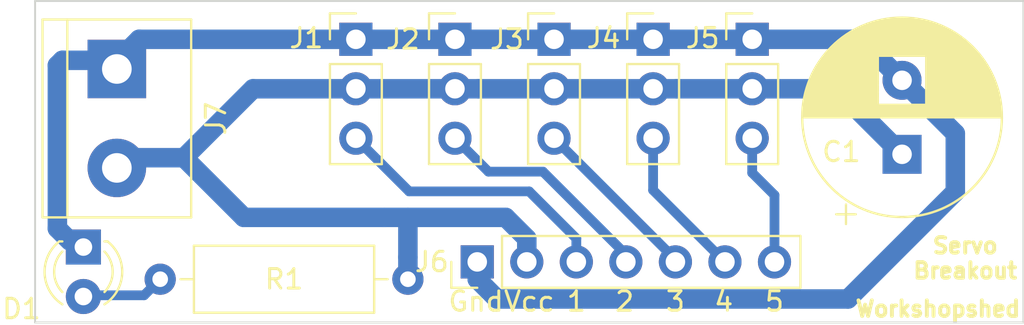
<source format=kicad_pcb>
(kicad_pcb (version 20171130) (host pcbnew "(5.1.0)-1")

  (general
    (thickness 1.6)
    (drawings 13)
    (tracks 57)
    (zones 0)
    (modules 10)
    (nets 9)
  )

  (page A4)
  (layers
    (0 F.Cu signal)
    (31 B.Cu signal)
    (32 B.Adhes user)
    (33 F.Adhes user)
    (34 B.Paste user)
    (35 F.Paste user)
    (36 B.SilkS user)
    (37 F.SilkS user)
    (38 B.Mask user)
    (39 F.Mask user)
    (40 Dwgs.User user)
    (41 Cmts.User user)
    (42 Eco1.User user)
    (43 Eco2.User user)
    (44 Edge.Cuts user)
    (45 Margin user)
    (46 B.CrtYd user)
    (47 F.CrtYd user)
    (48 B.Fab user)
    (49 F.Fab user hide)
  )

  (setup
    (last_trace_width 0.5)
    (user_trace_width 1)
    (trace_clearance 0.25)
    (zone_clearance 0.508)
    (zone_45_only no)
    (trace_min 0.2)
    (via_size 0.8)
    (via_drill 0.4)
    (via_min_size 0.4)
    (via_min_drill 0.3)
    (uvia_size 0.3)
    (uvia_drill 0.1)
    (uvias_allowed no)
    (uvia_min_size 0.2)
    (uvia_min_drill 0.1)
    (edge_width 0.05)
    (segment_width 0.2)
    (pcb_text_width 0.3)
    (pcb_text_size 1.5 1.5)
    (mod_edge_width 0.12)
    (mod_text_size 1 1)
    (mod_text_width 0.15)
    (pad_size 1.524 1.524)
    (pad_drill 0.762)
    (pad_to_mask_clearance 0.051)
    (solder_mask_min_width 0.25)
    (aux_axis_origin 0 0)
    (visible_elements 7FFFFFFF)
    (pcbplotparams
      (layerselection 0x010fc_ffffffff)
      (usegerberextensions false)
      (usegerberattributes false)
      (usegerberadvancedattributes false)
      (creategerberjobfile false)
      (excludeedgelayer true)
      (linewidth 0.100000)
      (plotframeref false)
      (viasonmask false)
      (mode 1)
      (useauxorigin false)
      (hpglpennumber 1)
      (hpglpenspeed 20)
      (hpglpendiameter 15.000000)
      (psnegative false)
      (psa4output false)
      (plotreference true)
      (plotvalue true)
      (plotinvisibletext false)
      (padsonsilk false)
      (subtractmaskfromsilk false)
      (outputformat 1)
      (mirror false)
      (drillshape 0)
      (scaleselection 1)
      (outputdirectory "Gerbers/"))
  )

  (net 0 "")
  (net 1 "Net-(J1-Pad3)")
  (net 2 /Vcc)
  (net 3 /Gnd)
  (net 4 "Net-(J2-Pad3)")
  (net 5 "Net-(J3-Pad3)")
  (net 6 "Net-(J4-Pad3)")
  (net 7 "Net-(J5-Pad3)")
  (net 8 "Net-(D1-Pad2)")

  (net_class Default "This is the default net class."
    (clearance 0.25)
    (trace_width 0.5)
    (via_dia 0.8)
    (via_drill 0.4)
    (uvia_dia 0.3)
    (uvia_drill 0.1)
    (add_net "Net-(D1-Pad2)")
    (add_net "Net-(J1-Pad3)")
    (add_net "Net-(J2-Pad3)")
    (add_net "Net-(J3-Pad3)")
    (add_net "Net-(J4-Pad3)")
    (add_net "Net-(J5-Pad3)")
  )

  (net_class Power ""
    (clearance 0.4)
    (trace_width 1)
    (via_dia 0.8)
    (via_drill 0.4)
    (uvia_dia 0.3)
    (uvia_drill 0.1)
    (add_net /Gnd)
    (add_net /Vcc)
  )

  (module Capacitor_THT:CP_Radial_D10.0mm_P3.80mm (layer F.Cu) (tedit 5AE50EF1) (tstamp 5D34AA3D)
    (at 119.9515 67.3735 90)
    (descr "CP, Radial series, Radial, pin pitch=3.80mm, , diameter=10mm, Electrolytic Capacitor")
    (tags "CP Radial series Radial pin pitch 3.80mm  diameter 10mm Electrolytic Capacitor")
    (path /5D34AD4B)
    (fp_text reference C1 (at 0.127 -3.1115 180) (layer F.SilkS)
      (effects (font (size 1 1) (thickness 0.15)))
    )
    (fp_text value 1000uF (at 1.9 6.25 90) (layer F.Fab)
      (effects (font (size 1 1) (thickness 0.15)))
    )
    (fp_text user %R (at 1.9 0 90) (layer F.Fab)
      (effects (font (size 1 1) (thickness 0.15)))
    )
    (fp_line (start -3.079646 -3.375) (end -3.079646 -2.375) (layer F.SilkS) (width 0.12))
    (fp_line (start -3.579646 -2.875) (end -2.579646 -2.875) (layer F.SilkS) (width 0.12))
    (fp_line (start 6.981 -0.599) (end 6.981 0.599) (layer F.SilkS) (width 0.12))
    (fp_line (start 6.941 -0.862) (end 6.941 0.862) (layer F.SilkS) (width 0.12))
    (fp_line (start 6.901 -1.062) (end 6.901 1.062) (layer F.SilkS) (width 0.12))
    (fp_line (start 6.861 -1.23) (end 6.861 1.23) (layer F.SilkS) (width 0.12))
    (fp_line (start 6.821 -1.378) (end 6.821 1.378) (layer F.SilkS) (width 0.12))
    (fp_line (start 6.781 -1.51) (end 6.781 1.51) (layer F.SilkS) (width 0.12))
    (fp_line (start 6.741 -1.63) (end 6.741 1.63) (layer F.SilkS) (width 0.12))
    (fp_line (start 6.701 -1.742) (end 6.701 1.742) (layer F.SilkS) (width 0.12))
    (fp_line (start 6.661 -1.846) (end 6.661 1.846) (layer F.SilkS) (width 0.12))
    (fp_line (start 6.621 -1.944) (end 6.621 1.944) (layer F.SilkS) (width 0.12))
    (fp_line (start 6.581 -2.037) (end 6.581 2.037) (layer F.SilkS) (width 0.12))
    (fp_line (start 6.541 -2.125) (end 6.541 2.125) (layer F.SilkS) (width 0.12))
    (fp_line (start 6.501 -2.209) (end 6.501 2.209) (layer F.SilkS) (width 0.12))
    (fp_line (start 6.461 -2.289) (end 6.461 2.289) (layer F.SilkS) (width 0.12))
    (fp_line (start 6.421 -2.365) (end 6.421 2.365) (layer F.SilkS) (width 0.12))
    (fp_line (start 6.381 -2.439) (end 6.381 2.439) (layer F.SilkS) (width 0.12))
    (fp_line (start 6.341 -2.51) (end 6.341 2.51) (layer F.SilkS) (width 0.12))
    (fp_line (start 6.301 -2.579) (end 6.301 2.579) (layer F.SilkS) (width 0.12))
    (fp_line (start 6.261 -2.645) (end 6.261 2.645) (layer F.SilkS) (width 0.12))
    (fp_line (start 6.221 -2.709) (end 6.221 2.709) (layer F.SilkS) (width 0.12))
    (fp_line (start 6.181 -2.77) (end 6.181 2.77) (layer F.SilkS) (width 0.12))
    (fp_line (start 6.141 -2.83) (end 6.141 2.83) (layer F.SilkS) (width 0.12))
    (fp_line (start 6.101 -2.889) (end 6.101 2.889) (layer F.SilkS) (width 0.12))
    (fp_line (start 6.061 -2.945) (end 6.061 2.945) (layer F.SilkS) (width 0.12))
    (fp_line (start 6.021 -3) (end 6.021 3) (layer F.SilkS) (width 0.12))
    (fp_line (start 5.981 -3.054) (end 5.981 3.054) (layer F.SilkS) (width 0.12))
    (fp_line (start 5.941 -3.106) (end 5.941 3.106) (layer F.SilkS) (width 0.12))
    (fp_line (start 5.901 -3.156) (end 5.901 3.156) (layer F.SilkS) (width 0.12))
    (fp_line (start 5.861 -3.206) (end 5.861 3.206) (layer F.SilkS) (width 0.12))
    (fp_line (start 5.821 -3.254) (end 5.821 3.254) (layer F.SilkS) (width 0.12))
    (fp_line (start 5.781 -3.301) (end 5.781 3.301) (layer F.SilkS) (width 0.12))
    (fp_line (start 5.741 -3.347) (end 5.741 3.347) (layer F.SilkS) (width 0.12))
    (fp_line (start 5.701 -3.392) (end 5.701 3.392) (layer F.SilkS) (width 0.12))
    (fp_line (start 5.661 -3.436) (end 5.661 3.436) (layer F.SilkS) (width 0.12))
    (fp_line (start 5.621 -3.478) (end 5.621 3.478) (layer F.SilkS) (width 0.12))
    (fp_line (start 5.581 -3.52) (end 5.581 3.52) (layer F.SilkS) (width 0.12))
    (fp_line (start 5.541 -3.561) (end 5.541 3.561) (layer F.SilkS) (width 0.12))
    (fp_line (start 5.501 -3.601) (end 5.501 3.601) (layer F.SilkS) (width 0.12))
    (fp_line (start 5.461 -3.64) (end 5.461 3.64) (layer F.SilkS) (width 0.12))
    (fp_line (start 5.421 -3.679) (end 5.421 3.679) (layer F.SilkS) (width 0.12))
    (fp_line (start 5.381 -3.716) (end 5.381 3.716) (layer F.SilkS) (width 0.12))
    (fp_line (start 5.341 -3.753) (end 5.341 3.753) (layer F.SilkS) (width 0.12))
    (fp_line (start 5.301 -3.789) (end 5.301 3.789) (layer F.SilkS) (width 0.12))
    (fp_line (start 5.261 -3.824) (end 5.261 3.824) (layer F.SilkS) (width 0.12))
    (fp_line (start 5.221 -3.858) (end 5.221 3.858) (layer F.SilkS) (width 0.12))
    (fp_line (start 5.181 -3.892) (end 5.181 3.892) (layer F.SilkS) (width 0.12))
    (fp_line (start 5.141 -3.925) (end 5.141 3.925) (layer F.SilkS) (width 0.12))
    (fp_line (start 5.101 -3.957) (end 5.101 3.957) (layer F.SilkS) (width 0.12))
    (fp_line (start 5.061 -3.989) (end 5.061 3.989) (layer F.SilkS) (width 0.12))
    (fp_line (start 5.021 1.241) (end 5.021 4.02) (layer F.SilkS) (width 0.12))
    (fp_line (start 5.021 -4.02) (end 5.021 -1.241) (layer F.SilkS) (width 0.12))
    (fp_line (start 4.981 1.241) (end 4.981 4.05) (layer F.SilkS) (width 0.12))
    (fp_line (start 4.981 -4.05) (end 4.981 -1.241) (layer F.SilkS) (width 0.12))
    (fp_line (start 4.941 1.241) (end 4.941 4.08) (layer F.SilkS) (width 0.12))
    (fp_line (start 4.941 -4.08) (end 4.941 -1.241) (layer F.SilkS) (width 0.12))
    (fp_line (start 4.901 1.241) (end 4.901 4.11) (layer F.SilkS) (width 0.12))
    (fp_line (start 4.901 -4.11) (end 4.901 -1.241) (layer F.SilkS) (width 0.12))
    (fp_line (start 4.861 1.241) (end 4.861 4.138) (layer F.SilkS) (width 0.12))
    (fp_line (start 4.861 -4.138) (end 4.861 -1.241) (layer F.SilkS) (width 0.12))
    (fp_line (start 4.821 1.241) (end 4.821 4.166) (layer F.SilkS) (width 0.12))
    (fp_line (start 4.821 -4.166) (end 4.821 -1.241) (layer F.SilkS) (width 0.12))
    (fp_line (start 4.781 1.241) (end 4.781 4.194) (layer F.SilkS) (width 0.12))
    (fp_line (start 4.781 -4.194) (end 4.781 -1.241) (layer F.SilkS) (width 0.12))
    (fp_line (start 4.741 1.241) (end 4.741 4.221) (layer F.SilkS) (width 0.12))
    (fp_line (start 4.741 -4.221) (end 4.741 -1.241) (layer F.SilkS) (width 0.12))
    (fp_line (start 4.701 1.241) (end 4.701 4.247) (layer F.SilkS) (width 0.12))
    (fp_line (start 4.701 -4.247) (end 4.701 -1.241) (layer F.SilkS) (width 0.12))
    (fp_line (start 4.661 1.241) (end 4.661 4.273) (layer F.SilkS) (width 0.12))
    (fp_line (start 4.661 -4.273) (end 4.661 -1.241) (layer F.SilkS) (width 0.12))
    (fp_line (start 4.621 1.241) (end 4.621 4.298) (layer F.SilkS) (width 0.12))
    (fp_line (start 4.621 -4.298) (end 4.621 -1.241) (layer F.SilkS) (width 0.12))
    (fp_line (start 4.581 1.241) (end 4.581 4.323) (layer F.SilkS) (width 0.12))
    (fp_line (start 4.581 -4.323) (end 4.581 -1.241) (layer F.SilkS) (width 0.12))
    (fp_line (start 4.541 1.241) (end 4.541 4.347) (layer F.SilkS) (width 0.12))
    (fp_line (start 4.541 -4.347) (end 4.541 -1.241) (layer F.SilkS) (width 0.12))
    (fp_line (start 4.501 1.241) (end 4.501 4.371) (layer F.SilkS) (width 0.12))
    (fp_line (start 4.501 -4.371) (end 4.501 -1.241) (layer F.SilkS) (width 0.12))
    (fp_line (start 4.461 1.241) (end 4.461 4.395) (layer F.SilkS) (width 0.12))
    (fp_line (start 4.461 -4.395) (end 4.461 -1.241) (layer F.SilkS) (width 0.12))
    (fp_line (start 4.421 1.241) (end 4.421 4.417) (layer F.SilkS) (width 0.12))
    (fp_line (start 4.421 -4.417) (end 4.421 -1.241) (layer F.SilkS) (width 0.12))
    (fp_line (start 4.381 1.241) (end 4.381 4.44) (layer F.SilkS) (width 0.12))
    (fp_line (start 4.381 -4.44) (end 4.381 -1.241) (layer F.SilkS) (width 0.12))
    (fp_line (start 4.341 1.241) (end 4.341 4.462) (layer F.SilkS) (width 0.12))
    (fp_line (start 4.341 -4.462) (end 4.341 -1.241) (layer F.SilkS) (width 0.12))
    (fp_line (start 4.301 1.241) (end 4.301 4.483) (layer F.SilkS) (width 0.12))
    (fp_line (start 4.301 -4.483) (end 4.301 -1.241) (layer F.SilkS) (width 0.12))
    (fp_line (start 4.261 1.241) (end 4.261 4.504) (layer F.SilkS) (width 0.12))
    (fp_line (start 4.261 -4.504) (end 4.261 -1.241) (layer F.SilkS) (width 0.12))
    (fp_line (start 4.221 1.241) (end 4.221 4.525) (layer F.SilkS) (width 0.12))
    (fp_line (start 4.221 -4.525) (end 4.221 -1.241) (layer F.SilkS) (width 0.12))
    (fp_line (start 4.181 1.241) (end 4.181 4.545) (layer F.SilkS) (width 0.12))
    (fp_line (start 4.181 -4.545) (end 4.181 -1.241) (layer F.SilkS) (width 0.12))
    (fp_line (start 4.141 1.241) (end 4.141 4.564) (layer F.SilkS) (width 0.12))
    (fp_line (start 4.141 -4.564) (end 4.141 -1.241) (layer F.SilkS) (width 0.12))
    (fp_line (start 4.101 1.241) (end 4.101 4.584) (layer F.SilkS) (width 0.12))
    (fp_line (start 4.101 -4.584) (end 4.101 -1.241) (layer F.SilkS) (width 0.12))
    (fp_line (start 4.061 1.241) (end 4.061 4.603) (layer F.SilkS) (width 0.12))
    (fp_line (start 4.061 -4.603) (end 4.061 -1.241) (layer F.SilkS) (width 0.12))
    (fp_line (start 4.021 1.241) (end 4.021 4.621) (layer F.SilkS) (width 0.12))
    (fp_line (start 4.021 -4.621) (end 4.021 -1.241) (layer F.SilkS) (width 0.12))
    (fp_line (start 3.981 1.241) (end 3.981 4.639) (layer F.SilkS) (width 0.12))
    (fp_line (start 3.981 -4.639) (end 3.981 -1.241) (layer F.SilkS) (width 0.12))
    (fp_line (start 3.941 1.241) (end 3.941 4.657) (layer F.SilkS) (width 0.12))
    (fp_line (start 3.941 -4.657) (end 3.941 -1.241) (layer F.SilkS) (width 0.12))
    (fp_line (start 3.901 1.241) (end 3.901 4.674) (layer F.SilkS) (width 0.12))
    (fp_line (start 3.901 -4.674) (end 3.901 -1.241) (layer F.SilkS) (width 0.12))
    (fp_line (start 3.861 1.241) (end 3.861 4.69) (layer F.SilkS) (width 0.12))
    (fp_line (start 3.861 -4.69) (end 3.861 -1.241) (layer F.SilkS) (width 0.12))
    (fp_line (start 3.821 1.241) (end 3.821 4.707) (layer F.SilkS) (width 0.12))
    (fp_line (start 3.821 -4.707) (end 3.821 -1.241) (layer F.SilkS) (width 0.12))
    (fp_line (start 3.781 1.241) (end 3.781 4.723) (layer F.SilkS) (width 0.12))
    (fp_line (start 3.781 -4.723) (end 3.781 -1.241) (layer F.SilkS) (width 0.12))
    (fp_line (start 3.741 1.241) (end 3.741 4.738) (layer F.SilkS) (width 0.12))
    (fp_line (start 3.741 -4.738) (end 3.741 -1.241) (layer F.SilkS) (width 0.12))
    (fp_line (start 3.701 1.241) (end 3.701 4.754) (layer F.SilkS) (width 0.12))
    (fp_line (start 3.701 -4.754) (end 3.701 -1.241) (layer F.SilkS) (width 0.12))
    (fp_line (start 3.661 1.241) (end 3.661 4.768) (layer F.SilkS) (width 0.12))
    (fp_line (start 3.661 -4.768) (end 3.661 -1.241) (layer F.SilkS) (width 0.12))
    (fp_line (start 3.621 1.241) (end 3.621 4.783) (layer F.SilkS) (width 0.12))
    (fp_line (start 3.621 -4.783) (end 3.621 -1.241) (layer F.SilkS) (width 0.12))
    (fp_line (start 3.581 1.241) (end 3.581 4.797) (layer F.SilkS) (width 0.12))
    (fp_line (start 3.581 -4.797) (end 3.581 -1.241) (layer F.SilkS) (width 0.12))
    (fp_line (start 3.541 1.241) (end 3.541 4.811) (layer F.SilkS) (width 0.12))
    (fp_line (start 3.541 -4.811) (end 3.541 -1.241) (layer F.SilkS) (width 0.12))
    (fp_line (start 3.501 1.241) (end 3.501 4.824) (layer F.SilkS) (width 0.12))
    (fp_line (start 3.501 -4.824) (end 3.501 -1.241) (layer F.SilkS) (width 0.12))
    (fp_line (start 3.461 1.241) (end 3.461 4.837) (layer F.SilkS) (width 0.12))
    (fp_line (start 3.461 -4.837) (end 3.461 -1.241) (layer F.SilkS) (width 0.12))
    (fp_line (start 3.421 1.241) (end 3.421 4.85) (layer F.SilkS) (width 0.12))
    (fp_line (start 3.421 -4.85) (end 3.421 -1.241) (layer F.SilkS) (width 0.12))
    (fp_line (start 3.381 1.241) (end 3.381 4.862) (layer F.SilkS) (width 0.12))
    (fp_line (start 3.381 -4.862) (end 3.381 -1.241) (layer F.SilkS) (width 0.12))
    (fp_line (start 3.341 1.241) (end 3.341 4.874) (layer F.SilkS) (width 0.12))
    (fp_line (start 3.341 -4.874) (end 3.341 -1.241) (layer F.SilkS) (width 0.12))
    (fp_line (start 3.301 1.241) (end 3.301 4.885) (layer F.SilkS) (width 0.12))
    (fp_line (start 3.301 -4.885) (end 3.301 -1.241) (layer F.SilkS) (width 0.12))
    (fp_line (start 3.261 1.241) (end 3.261 4.897) (layer F.SilkS) (width 0.12))
    (fp_line (start 3.261 -4.897) (end 3.261 -1.241) (layer F.SilkS) (width 0.12))
    (fp_line (start 3.221 1.241) (end 3.221 4.907) (layer F.SilkS) (width 0.12))
    (fp_line (start 3.221 -4.907) (end 3.221 -1.241) (layer F.SilkS) (width 0.12))
    (fp_line (start 3.181 1.241) (end 3.181 4.918) (layer F.SilkS) (width 0.12))
    (fp_line (start 3.181 -4.918) (end 3.181 -1.241) (layer F.SilkS) (width 0.12))
    (fp_line (start 3.141 1.241) (end 3.141 4.928) (layer F.SilkS) (width 0.12))
    (fp_line (start 3.141 -4.928) (end 3.141 -1.241) (layer F.SilkS) (width 0.12))
    (fp_line (start 3.101 1.241) (end 3.101 4.938) (layer F.SilkS) (width 0.12))
    (fp_line (start 3.101 -4.938) (end 3.101 -1.241) (layer F.SilkS) (width 0.12))
    (fp_line (start 3.061 1.241) (end 3.061 4.947) (layer F.SilkS) (width 0.12))
    (fp_line (start 3.061 -4.947) (end 3.061 -1.241) (layer F.SilkS) (width 0.12))
    (fp_line (start 3.021 1.241) (end 3.021 4.956) (layer F.SilkS) (width 0.12))
    (fp_line (start 3.021 -4.956) (end 3.021 -1.241) (layer F.SilkS) (width 0.12))
    (fp_line (start 2.981 1.241) (end 2.981 4.965) (layer F.SilkS) (width 0.12))
    (fp_line (start 2.981 -4.965) (end 2.981 -1.241) (layer F.SilkS) (width 0.12))
    (fp_line (start 2.941 1.241) (end 2.941 4.974) (layer F.SilkS) (width 0.12))
    (fp_line (start 2.941 -4.974) (end 2.941 -1.241) (layer F.SilkS) (width 0.12))
    (fp_line (start 2.901 1.241) (end 2.901 4.982) (layer F.SilkS) (width 0.12))
    (fp_line (start 2.901 -4.982) (end 2.901 -1.241) (layer F.SilkS) (width 0.12))
    (fp_line (start 2.861 1.241) (end 2.861 4.99) (layer F.SilkS) (width 0.12))
    (fp_line (start 2.861 -4.99) (end 2.861 -1.241) (layer F.SilkS) (width 0.12))
    (fp_line (start 2.821 1.241) (end 2.821 4.997) (layer F.SilkS) (width 0.12))
    (fp_line (start 2.821 -4.997) (end 2.821 -1.241) (layer F.SilkS) (width 0.12))
    (fp_line (start 2.781 1.241) (end 2.781 5.004) (layer F.SilkS) (width 0.12))
    (fp_line (start 2.781 -5.004) (end 2.781 -1.241) (layer F.SilkS) (width 0.12))
    (fp_line (start 2.741 1.241) (end 2.741 5.011) (layer F.SilkS) (width 0.12))
    (fp_line (start 2.741 -5.011) (end 2.741 -1.241) (layer F.SilkS) (width 0.12))
    (fp_line (start 2.701 1.241) (end 2.701 5.018) (layer F.SilkS) (width 0.12))
    (fp_line (start 2.701 -5.018) (end 2.701 -1.241) (layer F.SilkS) (width 0.12))
    (fp_line (start 2.661 1.241) (end 2.661 5.024) (layer F.SilkS) (width 0.12))
    (fp_line (start 2.661 -5.024) (end 2.661 -1.241) (layer F.SilkS) (width 0.12))
    (fp_line (start 2.621 1.241) (end 2.621 5.03) (layer F.SilkS) (width 0.12))
    (fp_line (start 2.621 -5.03) (end 2.621 -1.241) (layer F.SilkS) (width 0.12))
    (fp_line (start 2.58 1.241) (end 2.58 5.035) (layer F.SilkS) (width 0.12))
    (fp_line (start 2.58 -5.035) (end 2.58 -1.241) (layer F.SilkS) (width 0.12))
    (fp_line (start 2.54 -5.04) (end 2.54 5.04) (layer F.SilkS) (width 0.12))
    (fp_line (start 2.5 -5.045) (end 2.5 5.045) (layer F.SilkS) (width 0.12))
    (fp_line (start 2.46 -5.05) (end 2.46 5.05) (layer F.SilkS) (width 0.12))
    (fp_line (start 2.42 -5.054) (end 2.42 5.054) (layer F.SilkS) (width 0.12))
    (fp_line (start 2.38 -5.058) (end 2.38 5.058) (layer F.SilkS) (width 0.12))
    (fp_line (start 2.34 -5.062) (end 2.34 5.062) (layer F.SilkS) (width 0.12))
    (fp_line (start 2.3 -5.065) (end 2.3 5.065) (layer F.SilkS) (width 0.12))
    (fp_line (start 2.26 -5.068) (end 2.26 5.068) (layer F.SilkS) (width 0.12))
    (fp_line (start 2.22 -5.07) (end 2.22 5.07) (layer F.SilkS) (width 0.12))
    (fp_line (start 2.18 -5.073) (end 2.18 5.073) (layer F.SilkS) (width 0.12))
    (fp_line (start 2.14 -5.075) (end 2.14 5.075) (layer F.SilkS) (width 0.12))
    (fp_line (start 2.1 -5.077) (end 2.1 5.077) (layer F.SilkS) (width 0.12))
    (fp_line (start 2.06 -5.078) (end 2.06 5.078) (layer F.SilkS) (width 0.12))
    (fp_line (start 2.02 -5.079) (end 2.02 5.079) (layer F.SilkS) (width 0.12))
    (fp_line (start 1.98 -5.08) (end 1.98 5.08) (layer F.SilkS) (width 0.12))
    (fp_line (start 1.94 -5.08) (end 1.94 5.08) (layer F.SilkS) (width 0.12))
    (fp_line (start 1.9 -5.08) (end 1.9 5.08) (layer F.SilkS) (width 0.12))
    (fp_line (start -1.888861 -2.6875) (end -1.888861 -1.6875) (layer F.Fab) (width 0.1))
    (fp_line (start -2.388861 -2.1875) (end -1.388861 -2.1875) (layer F.Fab) (width 0.1))
    (fp_circle (center 1.9 0) (end 7.15 0) (layer F.CrtYd) (width 0.05))
    (fp_circle (center 1.9 0) (end 7.02 0) (layer F.SilkS) (width 0.12))
    (fp_circle (center 1.9 0) (end 6.9 0) (layer F.Fab) (width 0.1))
    (pad 2 thru_hole circle (at 3.8 0 90) (size 2 2) (drill 1) (layers *.Cu *.Mask)
      (net 3 /Gnd))
    (pad 1 thru_hole rect (at 0 0 90) (size 2 2) (drill 1) (layers *.Cu *.Mask)
      (net 2 /Vcc))
    (model ${KISYS3DMOD}/Capacitor_THT.3dshapes/CP_Radial_D10.0mm_P3.80mm.wrl
      (at (xyz 0 0 0))
      (scale (xyz 1 1 1))
      (rotate (xyz 0 0 0))
    )
  )

  (module LED_THT:LED_D3.0mm (layer F.Cu) (tedit 587A3A7B) (tstamp 5D095147)
    (at 77.978 72.136 270)
    (descr "LED, diameter 3.0mm, 2 pins")
    (tags "LED diameter 3.0mm 2 pins")
    (path /5D094A55)
    (fp_text reference D1 (at 3.175 3.175) (layer F.SilkS)
      (effects (font (size 1 1) (thickness 0.15)))
    )
    (fp_text value LED (at 1.27 2.96 270) (layer F.Fab)
      (effects (font (size 1 1) (thickness 0.15)))
    )
    (fp_line (start 3.7 -2.25) (end -1.15 -2.25) (layer F.CrtYd) (width 0.05))
    (fp_line (start 3.7 2.25) (end 3.7 -2.25) (layer F.CrtYd) (width 0.05))
    (fp_line (start -1.15 2.25) (end 3.7 2.25) (layer F.CrtYd) (width 0.05))
    (fp_line (start -1.15 -2.25) (end -1.15 2.25) (layer F.CrtYd) (width 0.05))
    (fp_line (start -0.29 1.08) (end -0.29 1.236) (layer F.SilkS) (width 0.12))
    (fp_line (start -0.29 -1.236) (end -0.29 -1.08) (layer F.SilkS) (width 0.12))
    (fp_line (start -0.23 -1.16619) (end -0.23 1.16619) (layer F.Fab) (width 0.1))
    (fp_circle (center 1.27 0) (end 2.77 0) (layer F.Fab) (width 0.1))
    (fp_arc (start 1.27 0) (end 0.229039 1.08) (angle -87.9) (layer F.SilkS) (width 0.12))
    (fp_arc (start 1.27 0) (end 0.229039 -1.08) (angle 87.9) (layer F.SilkS) (width 0.12))
    (fp_arc (start 1.27 0) (end -0.29 1.235516) (angle -108.8) (layer F.SilkS) (width 0.12))
    (fp_arc (start 1.27 0) (end -0.29 -1.235516) (angle 108.8) (layer F.SilkS) (width 0.12))
    (fp_arc (start 1.27 0) (end -0.23 -1.16619) (angle 284.3) (layer F.Fab) (width 0.1))
    (pad 2 thru_hole circle (at 2.54 0 270) (size 1.8 1.8) (drill 0.9) (layers *.Cu *.Mask)
      (net 8 "Net-(D1-Pad2)"))
    (pad 1 thru_hole rect (at 0 0 270) (size 1.8 1.8) (drill 0.9) (layers *.Cu *.Mask)
      (net 3 /Gnd))
    (model ${KISYS3DMOD}/LED_THT.3dshapes/LED_D3.0mm.wrl
      (at (xyz 0 0 0))
      (scale (xyz 1 1 1))
      (rotate (xyz 0 0 0))
    )
  )

  (module TerminalBlock:TerminalBlock_bornier-2_P5.08mm (layer F.Cu) (tedit 59FF03AB) (tstamp 5D08C6D5)
    (at 79.6925 62.992 270)
    (descr "simple 2-pin terminal block, pitch 5.08mm, revamped version of bornier2")
    (tags "terminal block bornier2")
    (path /5D08F93E)
    (fp_text reference J7 (at 2.54 -5.08 270) (layer F.SilkS)
      (effects (font (size 1 1) (thickness 0.15)))
    )
    (fp_text value Screw_Terminal_01x02 (at 2.54 5.08 270) (layer F.Fab)
      (effects (font (size 1 1) (thickness 0.15)))
    )
    (fp_line (start 7.79 4) (end -2.71 4) (layer F.CrtYd) (width 0.05))
    (fp_line (start 7.79 4) (end 7.79 -4) (layer F.CrtYd) (width 0.05))
    (fp_line (start -2.71 -4) (end -2.71 4) (layer F.CrtYd) (width 0.05))
    (fp_line (start -2.71 -4) (end 7.79 -4) (layer F.CrtYd) (width 0.05))
    (fp_line (start -2.54 3.81) (end 7.62 3.81) (layer F.SilkS) (width 0.12))
    (fp_line (start -2.54 -3.81) (end -2.54 3.81) (layer F.SilkS) (width 0.12))
    (fp_line (start 7.62 -3.81) (end -2.54 -3.81) (layer F.SilkS) (width 0.12))
    (fp_line (start 7.62 3.81) (end 7.62 -3.81) (layer F.SilkS) (width 0.12))
    (fp_line (start 7.62 2.54) (end -2.54 2.54) (layer F.SilkS) (width 0.12))
    (fp_line (start 7.54 -3.75) (end -2.46 -3.75) (layer F.Fab) (width 0.1))
    (fp_line (start 7.54 3.75) (end 7.54 -3.75) (layer F.Fab) (width 0.1))
    (fp_line (start -2.46 3.75) (end 7.54 3.75) (layer F.Fab) (width 0.1))
    (fp_line (start -2.46 -3.75) (end -2.46 3.75) (layer F.Fab) (width 0.1))
    (fp_line (start -2.41 2.55) (end 7.49 2.55) (layer F.Fab) (width 0.1))
    (fp_text user %R (at 2.54 0 270) (layer F.Fab)
      (effects (font (size 1 1) (thickness 0.15)))
    )
    (pad 2 thru_hole circle (at 5.08 0 270) (size 3 3) (drill 1.52) (layers *.Cu *.Mask)
      (net 2 /Vcc))
    (pad 1 thru_hole rect (at 0 0 270) (size 3 3) (drill 1.52) (layers *.Cu *.Mask)
      (net 3 /Gnd))
    (model ${KISYS3DMOD}/TerminalBlock.3dshapes/TerminalBlock_bornier-2_P5.08mm.wrl
      (offset (xyz 2.539999961853027 0 0))
      (scale (xyz 1 1 1))
      (rotate (xyz 0 0 0))
    )
  )

  (module Resistor_THT:R_Axial_DIN0309_L9.0mm_D3.2mm_P12.70mm_Horizontal (layer F.Cu) (tedit 5AE5139B) (tstamp 5D0948A5)
    (at 81.915 73.787)
    (descr "Resistor, Axial_DIN0309 series, Axial, Horizontal, pin pitch=12.7mm, 0.5W = 1/2W, length*diameter=9*3.2mm^2, http://cdn-reichelt.de/documents/datenblatt/B400/1_4W%23YAG.pdf")
    (tags "Resistor Axial_DIN0309 series Axial Horizontal pin pitch 12.7mm 0.5W = 1/2W length 9mm diameter 3.2mm")
    (path /5D0978C3)
    (fp_text reference R1 (at 6.35 0) (layer F.SilkS)
      (effects (font (size 1 1) (thickness 0.15)))
    )
    (fp_text value 220R (at 6.35 2.72) (layer F.Fab)
      (effects (font (size 1 1) (thickness 0.15)))
    )
    (fp_text user %R (at 6.35 0) (layer F.Fab)
      (effects (font (size 1 1) (thickness 0.15)))
    )
    (fp_line (start 13.75 -1.85) (end -1.05 -1.85) (layer F.CrtYd) (width 0.05))
    (fp_line (start 13.75 1.85) (end 13.75 -1.85) (layer F.CrtYd) (width 0.05))
    (fp_line (start -1.05 1.85) (end 13.75 1.85) (layer F.CrtYd) (width 0.05))
    (fp_line (start -1.05 -1.85) (end -1.05 1.85) (layer F.CrtYd) (width 0.05))
    (fp_line (start 11.66 0) (end 10.97 0) (layer F.SilkS) (width 0.12))
    (fp_line (start 1.04 0) (end 1.73 0) (layer F.SilkS) (width 0.12))
    (fp_line (start 10.97 -1.72) (end 1.73 -1.72) (layer F.SilkS) (width 0.12))
    (fp_line (start 10.97 1.72) (end 10.97 -1.72) (layer F.SilkS) (width 0.12))
    (fp_line (start 1.73 1.72) (end 10.97 1.72) (layer F.SilkS) (width 0.12))
    (fp_line (start 1.73 -1.72) (end 1.73 1.72) (layer F.SilkS) (width 0.12))
    (fp_line (start 12.7 0) (end 10.85 0) (layer F.Fab) (width 0.1))
    (fp_line (start 0 0) (end 1.85 0) (layer F.Fab) (width 0.1))
    (fp_line (start 10.85 -1.6) (end 1.85 -1.6) (layer F.Fab) (width 0.1))
    (fp_line (start 10.85 1.6) (end 10.85 -1.6) (layer F.Fab) (width 0.1))
    (fp_line (start 1.85 1.6) (end 10.85 1.6) (layer F.Fab) (width 0.1))
    (fp_line (start 1.85 -1.6) (end 1.85 1.6) (layer F.Fab) (width 0.1))
    (pad 2 thru_hole oval (at 12.7 0) (size 1.6 1.6) (drill 0.8) (layers *.Cu *.Mask)
      (net 2 /Vcc))
    (pad 1 thru_hole circle (at 0 0) (size 1.6 1.6) (drill 0.8) (layers *.Cu *.Mask)
      (net 8 "Net-(D1-Pad2)"))
    (model ${KISYS3DMOD}/Resistor_THT.3dshapes/R_Axial_DIN0309_L9.0mm_D3.2mm_P12.70mm_Horizontal.wrl
      (at (xyz 0 0 0))
      (scale (xyz 1 1 1))
      (rotate (xyz 0 0 0))
    )
  )

  (module Connector_PinHeader_2.54mm:PinHeader_1x07_P2.54mm_Vertical (layer F.Cu) (tedit 59FED5CC) (tstamp 5D0951F3)
    (at 98.171 72.898 90)
    (descr "Through hole straight pin header, 1x07, 2.54mm pitch, single row")
    (tags "Through hole pin header THT 1x07 2.54mm single row")
    (path /5D093133)
    (fp_text reference J6 (at 0 -2.33) (layer F.SilkS)
      (effects (font (size 1 1) (thickness 0.15)))
    )
    (fp_text value Conn_01x07_Male (at 0 17.57 90) (layer F.Fab)
      (effects (font (size 1 1) (thickness 0.15)))
    )
    (fp_text user %R (at 0 7.62 180) (layer F.Fab)
      (effects (font (size 1 1) (thickness 0.15)))
    )
    (fp_line (start 1.8 -1.8) (end -1.8 -1.8) (layer F.CrtYd) (width 0.05))
    (fp_line (start 1.8 17.05) (end 1.8 -1.8) (layer F.CrtYd) (width 0.05))
    (fp_line (start -1.8 17.05) (end 1.8 17.05) (layer F.CrtYd) (width 0.05))
    (fp_line (start -1.8 -1.8) (end -1.8 17.05) (layer F.CrtYd) (width 0.05))
    (fp_line (start -1.33 -1.33) (end 0 -1.33) (layer F.SilkS) (width 0.12))
    (fp_line (start -1.33 0) (end -1.33 -1.33) (layer F.SilkS) (width 0.12))
    (fp_line (start -1.33 1.27) (end 1.33 1.27) (layer F.SilkS) (width 0.12))
    (fp_line (start 1.33 1.27) (end 1.33 16.57) (layer F.SilkS) (width 0.12))
    (fp_line (start -1.33 1.27) (end -1.33 16.57) (layer F.SilkS) (width 0.12))
    (fp_line (start -1.33 16.57) (end 1.33 16.57) (layer F.SilkS) (width 0.12))
    (fp_line (start -1.27 -0.635) (end -0.635 -1.27) (layer F.Fab) (width 0.1))
    (fp_line (start -1.27 16.51) (end -1.27 -0.635) (layer F.Fab) (width 0.1))
    (fp_line (start 1.27 16.51) (end -1.27 16.51) (layer F.Fab) (width 0.1))
    (fp_line (start 1.27 -1.27) (end 1.27 16.51) (layer F.Fab) (width 0.1))
    (fp_line (start -0.635 -1.27) (end 1.27 -1.27) (layer F.Fab) (width 0.1))
    (pad 7 thru_hole oval (at 0 15.24 90) (size 1.7 1.7) (drill 1) (layers *.Cu *.Mask)
      (net 7 "Net-(J5-Pad3)"))
    (pad 6 thru_hole oval (at 0 12.7 90) (size 1.7 1.7) (drill 1) (layers *.Cu *.Mask)
      (net 6 "Net-(J4-Pad3)"))
    (pad 5 thru_hole oval (at 0 10.16 90) (size 1.7 1.7) (drill 1) (layers *.Cu *.Mask)
      (net 5 "Net-(J3-Pad3)"))
    (pad 4 thru_hole oval (at 0 7.62 90) (size 1.7 1.7) (drill 1) (layers *.Cu *.Mask)
      (net 4 "Net-(J2-Pad3)"))
    (pad 3 thru_hole oval (at 0 5.08 90) (size 1.7 1.7) (drill 1) (layers *.Cu *.Mask)
      (net 1 "Net-(J1-Pad3)"))
    (pad 2 thru_hole oval (at 0 2.54 90) (size 1.7 1.7) (drill 1) (layers *.Cu *.Mask)
      (net 2 /Vcc))
    (pad 1 thru_hole rect (at 0 0 90) (size 1.7 1.7) (drill 1) (layers *.Cu *.Mask)
      (net 3 /Gnd))
    (model ${KISYS3DMOD}/Connector_PinHeader_2.54mm.3dshapes/PinHeader_1x07_P2.54mm_Vertical.wrl
      (at (xyz 0 0 0))
      (scale (xyz 1 1 1))
      (rotate (xyz 0 0 0))
    )
  )

  (module Connector_PinHeader_2.54mm:PinHeader_1x03_P2.54mm_Vertical (layer F.Cu) (tedit 59FED5CC) (tstamp 5D08C653)
    (at 112.268 61.468)
    (descr "Through hole straight pin header, 1x03, 2.54mm pitch, single row")
    (tags "Through hole pin header THT 1x03 2.54mm single row")
    (path /5D0890C4)
    (fp_text reference J5 (at -2.54 -0.0635) (layer F.SilkS)
      (effects (font (size 1 1) (thickness 0.15)))
    )
    (fp_text value Conn_01x03_Male (at 0 7.41) (layer F.Fab)
      (effects (font (size 1 1) (thickness 0.15)))
    )
    (fp_text user %R (at 0 2.54 90) (layer F.Fab)
      (effects (font (size 1 1) (thickness 0.15)))
    )
    (fp_line (start 1.8 -1.8) (end -1.8 -1.8) (layer F.CrtYd) (width 0.05))
    (fp_line (start 1.8 6.85) (end 1.8 -1.8) (layer F.CrtYd) (width 0.05))
    (fp_line (start -1.8 6.85) (end 1.8 6.85) (layer F.CrtYd) (width 0.05))
    (fp_line (start -1.8 -1.8) (end -1.8 6.85) (layer F.CrtYd) (width 0.05))
    (fp_line (start -1.33 -1.33) (end 0 -1.33) (layer F.SilkS) (width 0.12))
    (fp_line (start -1.33 0) (end -1.33 -1.33) (layer F.SilkS) (width 0.12))
    (fp_line (start -1.33 1.27) (end 1.33 1.27) (layer F.SilkS) (width 0.12))
    (fp_line (start 1.33 1.27) (end 1.33 6.41) (layer F.SilkS) (width 0.12))
    (fp_line (start -1.33 1.27) (end -1.33 6.41) (layer F.SilkS) (width 0.12))
    (fp_line (start -1.33 6.41) (end 1.33 6.41) (layer F.SilkS) (width 0.12))
    (fp_line (start -1.27 -0.635) (end -0.635 -1.27) (layer F.Fab) (width 0.1))
    (fp_line (start -1.27 6.35) (end -1.27 -0.635) (layer F.Fab) (width 0.1))
    (fp_line (start 1.27 6.35) (end -1.27 6.35) (layer F.Fab) (width 0.1))
    (fp_line (start 1.27 -1.27) (end 1.27 6.35) (layer F.Fab) (width 0.1))
    (fp_line (start -0.635 -1.27) (end 1.27 -1.27) (layer F.Fab) (width 0.1))
    (pad 3 thru_hole oval (at 0 5.08) (size 1.7 1.7) (drill 1) (layers *.Cu *.Mask)
      (net 7 "Net-(J5-Pad3)"))
    (pad 2 thru_hole oval (at 0 2.54) (size 1.7 1.7) (drill 1) (layers *.Cu *.Mask)
      (net 2 /Vcc))
    (pad 1 thru_hole rect (at 0 0) (size 1.7 1.7) (drill 1) (layers *.Cu *.Mask)
      (net 3 /Gnd))
    (model ${KISYS3DMOD}/Connector_PinHeader_2.54mm.3dshapes/PinHeader_1x03_P2.54mm_Vertical.wrl
      (at (xyz 0 0 0))
      (scale (xyz 1 1 1))
      (rotate (xyz 0 0 0))
    )
  )

  (module Connector_PinHeader_2.54mm:PinHeader_1x03_P2.54mm_Vertical (layer F.Cu) (tedit 59FED5CC) (tstamp 5D08C63C)
    (at 107.188 61.468)
    (descr "Through hole straight pin header, 1x03, 2.54mm pitch, single row")
    (tags "Through hole pin header THT 1x03 2.54mm single row")
    (path /5D088910)
    (fp_text reference J4 (at -2.54 -0.0635) (layer F.SilkS)
      (effects (font (size 1 1) (thickness 0.15)))
    )
    (fp_text value Conn_01x03_Male (at 0 7.41) (layer F.Fab)
      (effects (font (size 1 1) (thickness 0.15)))
    )
    (fp_text user %R (at 0 2.54 90) (layer F.Fab)
      (effects (font (size 1 1) (thickness 0.15)))
    )
    (fp_line (start 1.8 -1.8) (end -1.8 -1.8) (layer F.CrtYd) (width 0.05))
    (fp_line (start 1.8 6.85) (end 1.8 -1.8) (layer F.CrtYd) (width 0.05))
    (fp_line (start -1.8 6.85) (end 1.8 6.85) (layer F.CrtYd) (width 0.05))
    (fp_line (start -1.8 -1.8) (end -1.8 6.85) (layer F.CrtYd) (width 0.05))
    (fp_line (start -1.33 -1.33) (end 0 -1.33) (layer F.SilkS) (width 0.12))
    (fp_line (start -1.33 0) (end -1.33 -1.33) (layer F.SilkS) (width 0.12))
    (fp_line (start -1.33 1.27) (end 1.33 1.27) (layer F.SilkS) (width 0.12))
    (fp_line (start 1.33 1.27) (end 1.33 6.41) (layer F.SilkS) (width 0.12))
    (fp_line (start -1.33 1.27) (end -1.33 6.41) (layer F.SilkS) (width 0.12))
    (fp_line (start -1.33 6.41) (end 1.33 6.41) (layer F.SilkS) (width 0.12))
    (fp_line (start -1.27 -0.635) (end -0.635 -1.27) (layer F.Fab) (width 0.1))
    (fp_line (start -1.27 6.35) (end -1.27 -0.635) (layer F.Fab) (width 0.1))
    (fp_line (start 1.27 6.35) (end -1.27 6.35) (layer F.Fab) (width 0.1))
    (fp_line (start 1.27 -1.27) (end 1.27 6.35) (layer F.Fab) (width 0.1))
    (fp_line (start -0.635 -1.27) (end 1.27 -1.27) (layer F.Fab) (width 0.1))
    (pad 3 thru_hole oval (at 0 5.08) (size 1.7 1.7) (drill 1) (layers *.Cu *.Mask)
      (net 6 "Net-(J4-Pad3)"))
    (pad 2 thru_hole oval (at 0 2.54) (size 1.7 1.7) (drill 1) (layers *.Cu *.Mask)
      (net 2 /Vcc))
    (pad 1 thru_hole rect (at 0 0) (size 1.7 1.7) (drill 1) (layers *.Cu *.Mask)
      (net 3 /Gnd))
    (model ${KISYS3DMOD}/Connector_PinHeader_2.54mm.3dshapes/PinHeader_1x03_P2.54mm_Vertical.wrl
      (at (xyz 0 0 0))
      (scale (xyz 1 1 1))
      (rotate (xyz 0 0 0))
    )
  )

  (module Connector_PinHeader_2.54mm:PinHeader_1x03_P2.54mm_Vertical (layer F.Cu) (tedit 59FED5CC) (tstamp 5D08C625)
    (at 102.108 61.468)
    (descr "Through hole straight pin header, 1x03, 2.54mm pitch, single row")
    (tags "Through hole pin header THT 1x03 2.54mm single row")
    (path /5D0872A5)
    (fp_text reference J3 (at -2.413 0) (layer F.SilkS)
      (effects (font (size 1 1) (thickness 0.15)))
    )
    (fp_text value Conn_01x03_Male (at 0 7.41) (layer F.Fab)
      (effects (font (size 1 1) (thickness 0.15)))
    )
    (fp_text user %R (at 0 2.54 90) (layer F.Fab)
      (effects (font (size 1 1) (thickness 0.15)))
    )
    (fp_line (start 1.8 -1.8) (end -1.8 -1.8) (layer F.CrtYd) (width 0.05))
    (fp_line (start 1.8 6.85) (end 1.8 -1.8) (layer F.CrtYd) (width 0.05))
    (fp_line (start -1.8 6.85) (end 1.8 6.85) (layer F.CrtYd) (width 0.05))
    (fp_line (start -1.8 -1.8) (end -1.8 6.85) (layer F.CrtYd) (width 0.05))
    (fp_line (start -1.33 -1.33) (end 0 -1.33) (layer F.SilkS) (width 0.12))
    (fp_line (start -1.33 0) (end -1.33 -1.33) (layer F.SilkS) (width 0.12))
    (fp_line (start -1.33 1.27) (end 1.33 1.27) (layer F.SilkS) (width 0.12))
    (fp_line (start 1.33 1.27) (end 1.33 6.41) (layer F.SilkS) (width 0.12))
    (fp_line (start -1.33 1.27) (end -1.33 6.41) (layer F.SilkS) (width 0.12))
    (fp_line (start -1.33 6.41) (end 1.33 6.41) (layer F.SilkS) (width 0.12))
    (fp_line (start -1.27 -0.635) (end -0.635 -1.27) (layer F.Fab) (width 0.1))
    (fp_line (start -1.27 6.35) (end -1.27 -0.635) (layer F.Fab) (width 0.1))
    (fp_line (start 1.27 6.35) (end -1.27 6.35) (layer F.Fab) (width 0.1))
    (fp_line (start 1.27 -1.27) (end 1.27 6.35) (layer F.Fab) (width 0.1))
    (fp_line (start -0.635 -1.27) (end 1.27 -1.27) (layer F.Fab) (width 0.1))
    (pad 3 thru_hole oval (at 0 5.08) (size 1.7 1.7) (drill 1) (layers *.Cu *.Mask)
      (net 5 "Net-(J3-Pad3)"))
    (pad 2 thru_hole oval (at 0 2.54) (size 1.7 1.7) (drill 1) (layers *.Cu *.Mask)
      (net 2 /Vcc))
    (pad 1 thru_hole rect (at 0 0) (size 1.7 1.7) (drill 1) (layers *.Cu *.Mask)
      (net 3 /Gnd))
    (model ${KISYS3DMOD}/Connector_PinHeader_2.54mm.3dshapes/PinHeader_1x03_P2.54mm_Vertical.wrl
      (at (xyz 0 0 0))
      (scale (xyz 1 1 1))
      (rotate (xyz 0 0 0))
    )
  )

  (module Connector_PinHeader_2.54mm:PinHeader_1x03_P2.54mm_Vertical (layer F.Cu) (tedit 59FED5CC) (tstamp 5D08C60E)
    (at 97.028 61.468)
    (descr "Through hole straight pin header, 1x03, 2.54mm pitch, single row")
    (tags "Through hole pin header THT 1x03 2.54mm single row")
    (path /5D088261)
    (fp_text reference J2 (at -2.667 0) (layer F.SilkS)
      (effects (font (size 1 1) (thickness 0.15)))
    )
    (fp_text value Conn_01x03_Male (at 0 7.41) (layer F.Fab)
      (effects (font (size 1 1) (thickness 0.15)))
    )
    (fp_text user %R (at 0 2.54 90) (layer F.Fab)
      (effects (font (size 1 1) (thickness 0.15)))
    )
    (fp_line (start 1.8 -1.8) (end -1.8 -1.8) (layer F.CrtYd) (width 0.05))
    (fp_line (start 1.8 6.85) (end 1.8 -1.8) (layer F.CrtYd) (width 0.05))
    (fp_line (start -1.8 6.85) (end 1.8 6.85) (layer F.CrtYd) (width 0.05))
    (fp_line (start -1.8 -1.8) (end -1.8 6.85) (layer F.CrtYd) (width 0.05))
    (fp_line (start -1.33 -1.33) (end 0 -1.33) (layer F.SilkS) (width 0.12))
    (fp_line (start -1.33 0) (end -1.33 -1.33) (layer F.SilkS) (width 0.12))
    (fp_line (start -1.33 1.27) (end 1.33 1.27) (layer F.SilkS) (width 0.12))
    (fp_line (start 1.33 1.27) (end 1.33 6.41) (layer F.SilkS) (width 0.12))
    (fp_line (start -1.33 1.27) (end -1.33 6.41) (layer F.SilkS) (width 0.12))
    (fp_line (start -1.33 6.41) (end 1.33 6.41) (layer F.SilkS) (width 0.12))
    (fp_line (start -1.27 -0.635) (end -0.635 -1.27) (layer F.Fab) (width 0.1))
    (fp_line (start -1.27 6.35) (end -1.27 -0.635) (layer F.Fab) (width 0.1))
    (fp_line (start 1.27 6.35) (end -1.27 6.35) (layer F.Fab) (width 0.1))
    (fp_line (start 1.27 -1.27) (end 1.27 6.35) (layer F.Fab) (width 0.1))
    (fp_line (start -0.635 -1.27) (end 1.27 -1.27) (layer F.Fab) (width 0.1))
    (pad 3 thru_hole oval (at 0 5.08) (size 1.7 1.7) (drill 1) (layers *.Cu *.Mask)
      (net 4 "Net-(J2-Pad3)"))
    (pad 2 thru_hole oval (at 0 2.54) (size 1.7 1.7) (drill 1) (layers *.Cu *.Mask)
      (net 2 /Vcc))
    (pad 1 thru_hole rect (at 0 0) (size 1.7 1.7) (drill 1) (layers *.Cu *.Mask)
      (net 3 /Gnd))
    (model ${KISYS3DMOD}/Connector_PinHeader_2.54mm.3dshapes/PinHeader_1x03_P2.54mm_Vertical.wrl
      (at (xyz 0 0 0))
      (scale (xyz 1 1 1))
      (rotate (xyz 0 0 0))
    )
  )

  (module Connector_PinHeader_2.54mm:PinHeader_1x03_P2.54mm_Vertical (layer F.Cu) (tedit 59FED5CC) (tstamp 5D08C5F7)
    (at 91.948 61.468)
    (descr "Through hole straight pin header, 1x03, 2.54mm pitch, single row")
    (tags "Through hole pin header THT 1x03 2.54mm single row")
    (path /5D0898A9)
    (fp_text reference J1 (at -2.54 -0.0635) (layer F.SilkS)
      (effects (font (size 1 1) (thickness 0.15)))
    )
    (fp_text value Conn_01x03_Male (at 0 7.41) (layer F.Fab)
      (effects (font (size 1 1) (thickness 0.15)))
    )
    (fp_text user %R (at 0 2.54 90) (layer F.Fab)
      (effects (font (size 1 1) (thickness 0.15)))
    )
    (fp_line (start 1.8 -1.8) (end -1.8 -1.8) (layer F.CrtYd) (width 0.05))
    (fp_line (start 1.8 6.85) (end 1.8 -1.8) (layer F.CrtYd) (width 0.05))
    (fp_line (start -1.8 6.85) (end 1.8 6.85) (layer F.CrtYd) (width 0.05))
    (fp_line (start -1.8 -1.8) (end -1.8 6.85) (layer F.CrtYd) (width 0.05))
    (fp_line (start -1.33 -1.33) (end 0 -1.33) (layer F.SilkS) (width 0.12))
    (fp_line (start -1.33 0) (end -1.33 -1.33) (layer F.SilkS) (width 0.12))
    (fp_line (start -1.33 1.27) (end 1.33 1.27) (layer F.SilkS) (width 0.12))
    (fp_line (start 1.33 1.27) (end 1.33 6.41) (layer F.SilkS) (width 0.12))
    (fp_line (start -1.33 1.27) (end -1.33 6.41) (layer F.SilkS) (width 0.12))
    (fp_line (start -1.33 6.41) (end 1.33 6.41) (layer F.SilkS) (width 0.12))
    (fp_line (start -1.27 -0.635) (end -0.635 -1.27) (layer F.Fab) (width 0.1))
    (fp_line (start -1.27 6.35) (end -1.27 -0.635) (layer F.Fab) (width 0.1))
    (fp_line (start 1.27 6.35) (end -1.27 6.35) (layer F.Fab) (width 0.1))
    (fp_line (start 1.27 -1.27) (end 1.27 6.35) (layer F.Fab) (width 0.1))
    (fp_line (start -0.635 -1.27) (end 1.27 -1.27) (layer F.Fab) (width 0.1))
    (pad 3 thru_hole oval (at 0 5.08) (size 1.7 1.7) (drill 1) (layers *.Cu *.Mask)
      (net 1 "Net-(J1-Pad3)"))
    (pad 2 thru_hole oval (at 0 2.54) (size 1.7 1.7) (drill 1) (layers *.Cu *.Mask)
      (net 2 /Vcc))
    (pad 1 thru_hole rect (at 0 0) (size 1.7 1.7) (drill 1) (layers *.Cu *.Mask)
      (net 3 /Gnd))
    (model ${KISYS3DMOD}/Connector_PinHeader_2.54mm.3dshapes/PinHeader_1x03_P2.54mm_Vertical.wrl
      (at (xyz 0 0 0))
      (scale (xyz 1 1 1))
      (rotate (xyz 0 0 0))
    )
  )

  (gr_text Workshopshed (at 121.793 75.311) (layer F.SilkS) (tstamp 5D09509B)
    (effects (font (size 0.8 0.8) (thickness 0.2)))
  )
  (gr_line (start 75.5015 76.0095) (end 75.5015 59.4995) (layer Edge.Cuts) (width 0.1))
  (gr_text "Servo\nBreakout" (at 123.19 72.7075) (layer F.SilkS) (tstamp 5D095084)
    (effects (font (size 0.8 0.8) (thickness 0.2)))
  )
  (gr_text 5 (at 113.411 74.93) (layer F.SilkS)
    (effects (font (size 1 1) (thickness 0.15)))
  )
  (gr_text 4 (at 110.8075 74.93) (layer F.SilkS)
    (effects (font (size 1 1) (thickness 0.15)))
  )
  (gr_text 3 (at 108.331 74.93) (layer F.SilkS)
    (effects (font (size 1 1) (thickness 0.15)))
  )
  (gr_text 2 (at 105.7275 74.93) (layer F.SilkS)
    (effects (font (size 1 1) (thickness 0.15)))
  )
  (gr_text 1 (at 103.251 74.93) (layer F.SilkS)
    (effects (font (size 1 1) (thickness 0.15)))
  )
  (gr_text Vcc (at 100.838 74.93) (layer F.SilkS)
    (effects (font (size 1 1) (thickness 0.15)))
  )
  (gr_text Gnd (at 98.1075 74.93) (layer F.SilkS)
    (effects (font (size 1 1) (thickness 0.15)))
  )
  (gr_line (start 126.1745 76.0095) (end 75.5015 76.0095) (layer Edge.Cuts) (width 0.1))
  (gr_line (start 126.1745 59.4995) (end 126.1745 76.0095) (layer Edge.Cuts) (width 0.1))
  (gr_line (start 75.5015 59.4995) (end 126.1745 59.4995) (layer Edge.Cuts) (width 0.1))

  (segment (start 103.251 71.695919) (end 103.251 72.898) (width 0.5) (layer B.Cu) (net 1))
  (segment (start 100.833581 69.2785) (end 103.251 71.695919) (width 0.5) (layer B.Cu) (net 1))
  (segment (start 91.948 66.548) (end 94.6785 69.2785) (width 0.5) (layer B.Cu) (net 1))
  (segment (start 94.6785 69.2785) (end 100.833581 69.2785) (width 0.5) (layer B.Cu) (net 1))
  (segment (start 79.756 67.5475) (end 83.138 67.5475) (width 1) (layer B.Cu) (net 2))
  (segment (start 86.6775 64.008) (end 91.948 64.008) (width 1) (layer B.Cu) (net 2))
  (segment (start 83.138 67.5475) (end 86.6775 64.008) (width 1) (layer B.Cu) (net 2))
  (segment (start 91.948 64.008) (end 97.028 64.008) (width 1) (layer B.Cu) (net 2))
  (segment (start 98.230081 64.008) (end 102.108 64.008) (width 1) (layer B.Cu) (net 2))
  (segment (start 97.028 64.008) (end 98.230081 64.008) (width 1) (layer B.Cu) (net 2))
  (segment (start 102.108 64.008) (end 107.188 64.008) (width 1) (layer B.Cu) (net 2))
  (segment (start 108.390081 64.008) (end 112.268 64.008) (width 1) (layer B.Cu) (net 2))
  (segment (start 107.188 64.008) (end 108.390081 64.008) (width 1) (layer B.Cu) (net 2))
  (segment (start 86.2025 70.612) (end 83.138 67.5475) (width 1) (layer B.Cu) (net 2))
  (segment (start 100.711 72.898) (end 100.711 71.695919) (width 1) (layer B.Cu) (net 2))
  (segment (start 100.711 71.695919) (end 99.627081 70.612) (width 1) (layer B.Cu) (net 2))
  (segment (start 93.4085 70.612) (end 86.2025 70.612) (width 1) (layer B.Cu) (net 2))
  (segment (start 94.615 72.65563) (end 94.615 70.612) (width 1) (layer B.Cu) (net 2))
  (segment (start 94.615 73.787) (end 94.615 72.65563) (width 1) (layer B.Cu) (net 2))
  (segment (start 99.627081 70.612) (end 94.615 70.612) (width 1) (layer B.Cu) (net 2))
  (segment (start 94.615 70.612) (end 93.4085 70.612) (width 1) (layer B.Cu) (net 2))
  (segment (start 116.586 64.008) (end 119.9515 67.3735) (width 1) (layer B.Cu) (net 2))
  (segment (start 112.268 64.008) (end 116.586 64.008) (width 1) (layer B.Cu) (net 2))
  (segment (start 112.268 61.468) (end 107.188 61.468) (width 1) (layer B.Cu) (net 3))
  (segment (start 107.188 61.468) (end 102.108 61.468) (width 1) (layer B.Cu) (net 3))
  (segment (start 102.108 61.468) (end 97.028 61.468) (width 1) (layer B.Cu) (net 3))
  (segment (start 97.028 61.468) (end 91.948 61.468) (width 1) (layer B.Cu) (net 3))
  (segment (start 80.8355 61.468) (end 79.756 62.5475) (width 1) (layer B.Cu) (net 3))
  (segment (start 91.948 61.468) (end 80.8355 61.468) (width 1) (layer B.Cu) (net 3))
  (segment (start 76.6445 71.1835) (end 77.2795 71.8185) (width 1) (layer B.Cu) (net 3))
  (segment (start 76.6445 62.8015) (end 76.6445 71.1835) (width 1) (layer B.Cu) (net 3))
  (segment (start 79.756 62.5475) (end 76.8985 62.5475) (width 1) (layer B.Cu) (net 3))
  (segment (start 76.8985 62.5475) (end 76.6445 62.8015) (width 1) (layer B.Cu) (net 3))
  (segment (start 117.846 61.468) (end 119.9515 63.5735) (width 1) (layer B.Cu) (net 3))
  (segment (start 117.5385 61.468) (end 117.846 61.468) (width 1) (layer B.Cu) (net 3))
  (segment (start 117.5385 61.468) (end 112.268 61.468) (width 1) (layer B.Cu) (net 3))
  (segment (start 118.237 61.468) (end 117.5385 61.468) (width 1) (layer B.Cu) (net 3))
  (segment (start 98.171 73.787) (end 98.171 72.898) (width 1) (layer B.Cu) (net 3))
  (segment (start 99.187 74.803) (end 98.171 73.787) (width 1) (layer B.Cu) (net 3))
  (segment (start 117.179 74.803) (end 99.187 74.803) (width 1) (layer B.Cu) (net 3))
  (segment (start 122.682 69.3) (end 117.179 74.803) (width 1) (layer B.Cu) (net 3))
  (segment (start 119.9515 63.5735) (end 122.682 66.304) (width 1) (layer B.Cu) (net 3))
  (segment (start 122.682 66.304) (end 122.682 69.3) (width 1) (layer B.Cu) (net 3))
  (segment (start 105.791 72.517) (end 105.791 72.898) (width 0.5) (layer B.Cu) (net 4))
  (segment (start 101.5365 68.2625) (end 105.791 72.517) (width 0.5) (layer B.Cu) (net 4))
  (segment (start 97.028 66.548) (end 98.7425 68.2625) (width 0.5) (layer B.Cu) (net 4))
  (segment (start 98.7425 68.2625) (end 101.5365 68.2625) (width 0.5) (layer B.Cu) (net 4))
  (segment (start 108.331 72.771) (end 108.331 72.898) (width 0.5) (layer B.Cu) (net 5))
  (segment (start 102.108 66.548) (end 108.331 72.771) (width 0.5) (layer B.Cu) (net 5))
  (segment (start 107.188 69.215) (end 110.871 72.898) (width 0.5) (layer B.Cu) (net 6))
  (segment (start 107.188 66.548) (end 107.188 69.215) (width 0.5) (layer B.Cu) (net 6))
  (segment (start 113.411 69.469) (end 113.411 72.898) (width 0.5) (layer B.Cu) (net 7))
  (segment (start 112.268 66.548) (end 112.268 68.326) (width 0.5) (layer B.Cu) (net 7))
  (segment (start 112.268 68.326) (end 113.411 69.469) (width 0.5) (layer B.Cu) (net 7))
  (segment (start 81.0895 74.6125) (end 81.915 73.787) (width 0.5) (layer B.Cu) (net 8))
  (segment (start 77.978 74.295) (end 78.2955 74.6125) (width 0.5) (layer B.Cu) (net 8))
  (segment (start 78.2955 74.6125) (end 81.0895 74.6125) (width 0.5) (layer B.Cu) (net 8))

)

</source>
